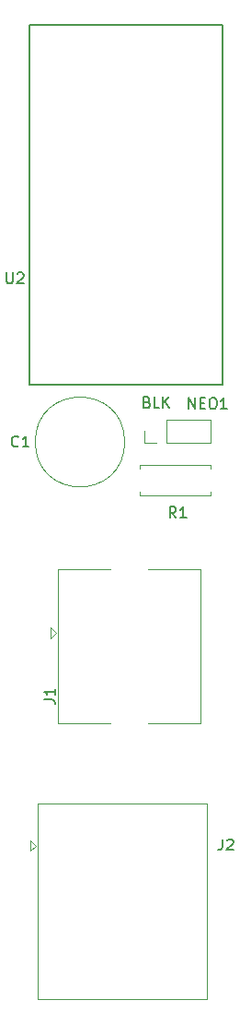
<source format=gbr>
%TF.GenerationSoftware,KiCad,Pcbnew,7.0.6*%
%TF.CreationDate,2023-10-29T14:46:36-05:00*%
%TF.ProjectId,Black Mage Eyes,426c6163-6b20-44d6-9167-652045796573,V01*%
%TF.SameCoordinates,Original*%
%TF.FileFunction,Legend,Top*%
%TF.FilePolarity,Positive*%
%FSLAX46Y46*%
G04 Gerber Fmt 4.6, Leading zero omitted, Abs format (unit mm)*
G04 Created by KiCad (PCBNEW 7.0.6) date 2023-10-29 14:46:36*
%MOMM*%
%LPD*%
G01*
G04 APERTURE LIST*
%ADD10C,0.150000*%
%ADD11C,0.120000*%
%ADD12C,0.127000*%
G04 APERTURE END LIST*
D10*
X113170112Y-86346009D02*
X113312969Y-86393628D01*
X113312969Y-86393628D02*
X113360588Y-86441247D01*
X113360588Y-86441247D02*
X113408207Y-86536485D01*
X113408207Y-86536485D02*
X113408207Y-86679342D01*
X113408207Y-86679342D02*
X113360588Y-86774580D01*
X113360588Y-86774580D02*
X113312969Y-86822200D01*
X113312969Y-86822200D02*
X113217731Y-86869819D01*
X113217731Y-86869819D02*
X112836779Y-86869819D01*
X112836779Y-86869819D02*
X112836779Y-85869819D01*
X112836779Y-85869819D02*
X113170112Y-85869819D01*
X113170112Y-85869819D02*
X113265350Y-85917438D01*
X113265350Y-85917438D02*
X113312969Y-85965057D01*
X113312969Y-85965057D02*
X113360588Y-86060295D01*
X113360588Y-86060295D02*
X113360588Y-86155533D01*
X113360588Y-86155533D02*
X113312969Y-86250771D01*
X113312969Y-86250771D02*
X113265350Y-86298390D01*
X113265350Y-86298390D02*
X113170112Y-86346009D01*
X113170112Y-86346009D02*
X112836779Y-86346009D01*
X114312969Y-86869819D02*
X113836779Y-86869819D01*
X113836779Y-86869819D02*
X113836779Y-85869819D01*
X114646303Y-86869819D02*
X114646303Y-85869819D01*
X115217731Y-86869819D02*
X114789160Y-86298390D01*
X115217731Y-85869819D02*
X114646303Y-86441247D01*
X101333333Y-90359580D02*
X101285714Y-90407200D01*
X101285714Y-90407200D02*
X101142857Y-90454819D01*
X101142857Y-90454819D02*
X101047619Y-90454819D01*
X101047619Y-90454819D02*
X100904762Y-90407200D01*
X100904762Y-90407200D02*
X100809524Y-90311961D01*
X100809524Y-90311961D02*
X100761905Y-90216723D01*
X100761905Y-90216723D02*
X100714286Y-90026247D01*
X100714286Y-90026247D02*
X100714286Y-89883390D01*
X100714286Y-89883390D02*
X100761905Y-89692914D01*
X100761905Y-89692914D02*
X100809524Y-89597676D01*
X100809524Y-89597676D02*
X100904762Y-89502438D01*
X100904762Y-89502438D02*
X101047619Y-89454819D01*
X101047619Y-89454819D02*
X101142857Y-89454819D01*
X101142857Y-89454819D02*
X101285714Y-89502438D01*
X101285714Y-89502438D02*
X101333333Y-89550057D01*
X102285714Y-90454819D02*
X101714286Y-90454819D01*
X102000000Y-90454819D02*
X102000000Y-89454819D01*
X102000000Y-89454819D02*
X101904762Y-89597676D01*
X101904762Y-89597676D02*
X101809524Y-89692914D01*
X101809524Y-89692914D02*
X101714286Y-89740533D01*
X100238095Y-74454819D02*
X100238095Y-75264342D01*
X100238095Y-75264342D02*
X100285714Y-75359580D01*
X100285714Y-75359580D02*
X100333333Y-75407200D01*
X100333333Y-75407200D02*
X100428571Y-75454819D01*
X100428571Y-75454819D02*
X100619047Y-75454819D01*
X100619047Y-75454819D02*
X100714285Y-75407200D01*
X100714285Y-75407200D02*
X100761904Y-75359580D01*
X100761904Y-75359580D02*
X100809523Y-75264342D01*
X100809523Y-75264342D02*
X100809523Y-74454819D01*
X101238095Y-74550057D02*
X101285714Y-74502438D01*
X101285714Y-74502438D02*
X101380952Y-74454819D01*
X101380952Y-74454819D02*
X101619047Y-74454819D01*
X101619047Y-74454819D02*
X101714285Y-74502438D01*
X101714285Y-74502438D02*
X101761904Y-74550057D01*
X101761904Y-74550057D02*
X101809523Y-74645295D01*
X101809523Y-74645295D02*
X101809523Y-74740533D01*
X101809523Y-74740533D02*
X101761904Y-74883390D01*
X101761904Y-74883390D02*
X101190476Y-75454819D01*
X101190476Y-75454819D02*
X101809523Y-75454819D01*
X115833333Y-96954819D02*
X115500000Y-96478628D01*
X115261905Y-96954819D02*
X115261905Y-95954819D01*
X115261905Y-95954819D02*
X115642857Y-95954819D01*
X115642857Y-95954819D02*
X115738095Y-96002438D01*
X115738095Y-96002438D02*
X115785714Y-96050057D01*
X115785714Y-96050057D02*
X115833333Y-96145295D01*
X115833333Y-96145295D02*
X115833333Y-96288152D01*
X115833333Y-96288152D02*
X115785714Y-96383390D01*
X115785714Y-96383390D02*
X115738095Y-96431009D01*
X115738095Y-96431009D02*
X115642857Y-96478628D01*
X115642857Y-96478628D02*
X115261905Y-96478628D01*
X116785714Y-96954819D02*
X116214286Y-96954819D01*
X116500000Y-96954819D02*
X116500000Y-95954819D01*
X116500000Y-95954819D02*
X116404762Y-96097676D01*
X116404762Y-96097676D02*
X116309524Y-96192914D01*
X116309524Y-96192914D02*
X116214286Y-96240533D01*
X120119166Y-126454819D02*
X120119166Y-127169104D01*
X120119166Y-127169104D02*
X120071547Y-127311961D01*
X120071547Y-127311961D02*
X119976309Y-127407200D01*
X119976309Y-127407200D02*
X119833452Y-127454819D01*
X119833452Y-127454819D02*
X119738214Y-127454819D01*
X120547738Y-126550057D02*
X120595357Y-126502438D01*
X120595357Y-126502438D02*
X120690595Y-126454819D01*
X120690595Y-126454819D02*
X120928690Y-126454819D01*
X120928690Y-126454819D02*
X121023928Y-126502438D01*
X121023928Y-126502438D02*
X121071547Y-126550057D01*
X121071547Y-126550057D02*
X121119166Y-126645295D01*
X121119166Y-126645295D02*
X121119166Y-126740533D01*
X121119166Y-126740533D02*
X121071547Y-126883390D01*
X121071547Y-126883390D02*
X120500119Y-127454819D01*
X120500119Y-127454819D02*
X121119166Y-127454819D01*
X103694819Y-113653333D02*
X104409104Y-113653333D01*
X104409104Y-113653333D02*
X104551961Y-113700952D01*
X104551961Y-113700952D02*
X104647200Y-113796190D01*
X104647200Y-113796190D02*
X104694819Y-113939047D01*
X104694819Y-113939047D02*
X104694819Y-114034285D01*
X104694819Y-112653333D02*
X104694819Y-113224761D01*
X104694819Y-112939047D02*
X103694819Y-112939047D01*
X103694819Y-112939047D02*
X103837676Y-113034285D01*
X103837676Y-113034285D02*
X103932914Y-113129523D01*
X103932914Y-113129523D02*
X103980533Y-113224761D01*
X117011905Y-86954819D02*
X117011905Y-85954819D01*
X117011905Y-85954819D02*
X117583333Y-86954819D01*
X117583333Y-86954819D02*
X117583333Y-85954819D01*
X118059524Y-86431009D02*
X118392857Y-86431009D01*
X118535714Y-86954819D02*
X118059524Y-86954819D01*
X118059524Y-86954819D02*
X118059524Y-85954819D01*
X118059524Y-85954819D02*
X118535714Y-85954819D01*
X119154762Y-85954819D02*
X119345238Y-85954819D01*
X119345238Y-85954819D02*
X119440476Y-86002438D01*
X119440476Y-86002438D02*
X119535714Y-86097676D01*
X119535714Y-86097676D02*
X119583333Y-86288152D01*
X119583333Y-86288152D02*
X119583333Y-86621485D01*
X119583333Y-86621485D02*
X119535714Y-86811961D01*
X119535714Y-86811961D02*
X119440476Y-86907200D01*
X119440476Y-86907200D02*
X119345238Y-86954819D01*
X119345238Y-86954819D02*
X119154762Y-86954819D01*
X119154762Y-86954819D02*
X119059524Y-86907200D01*
X119059524Y-86907200D02*
X118964286Y-86811961D01*
X118964286Y-86811961D02*
X118916667Y-86621485D01*
X118916667Y-86621485D02*
X118916667Y-86288152D01*
X118916667Y-86288152D02*
X118964286Y-86097676D01*
X118964286Y-86097676D02*
X119059524Y-86002438D01*
X119059524Y-86002438D02*
X119154762Y-85954819D01*
X120535714Y-86954819D02*
X119964286Y-86954819D01*
X120250000Y-86954819D02*
X120250000Y-85954819D01*
X120250000Y-85954819D02*
X120154762Y-86097676D01*
X120154762Y-86097676D02*
X120059524Y-86192914D01*
X120059524Y-86192914D02*
X119964286Y-86240533D01*
D11*
%TO.C,C1*%
X111120000Y-90000000D02*
G75*
G03*
X111120000Y-90000000I-4120000J0D01*
G01*
D12*
%TO.C,U2*%
X102380000Y-51730000D02*
X102380000Y-84750000D01*
X102380000Y-84750000D02*
X120160000Y-84750000D01*
X120160000Y-51730000D02*
X102380000Y-51730000D01*
X120160000Y-84750000D02*
X120160000Y-51730000D01*
D11*
%TO.C,R1*%
X119020000Y-94870000D02*
X112480000Y-94870000D01*
X119020000Y-94540000D02*
X119020000Y-94870000D01*
X119020000Y-92460000D02*
X119020000Y-92130000D01*
X119020000Y-92130000D02*
X112480000Y-92130000D01*
X112480000Y-94870000D02*
X112480000Y-94540000D01*
X112480000Y-92130000D02*
X112480000Y-92460000D01*
%TO.C,J2*%
X102440000Y-126540000D02*
X102440000Y-127540000D01*
X102440000Y-127540000D02*
X102940000Y-127040000D01*
X102940000Y-127040000D02*
X102440000Y-126540000D01*
X103125000Y-123160000D02*
X103125000Y-141120000D01*
X103125000Y-141120000D02*
X118645000Y-141120000D01*
X118645000Y-123160000D02*
X103125000Y-123160000D01*
X118645000Y-123160000D02*
X118645000Y-141120000D01*
%TO.C,J1*%
X104990000Y-115820000D02*
X104990000Y-101720000D01*
X109790000Y-115820000D02*
X104990000Y-115820000D01*
X118090000Y-115820000D02*
X113290000Y-115820000D01*
X104290000Y-108020000D02*
X104790000Y-107520000D01*
X104790000Y-107520000D02*
X104290000Y-107020000D01*
X104290000Y-107020000D02*
X104290000Y-108020000D01*
X104990000Y-101720000D02*
X109790000Y-101720000D01*
X113290000Y-101720000D02*
X118090000Y-101720000D01*
X118090000Y-101720000D02*
X118090000Y-115820000D01*
%TO.C,NEO1*%
X112940000Y-90060000D02*
X112940000Y-89000000D01*
X114000000Y-90060000D02*
X112940000Y-90060000D01*
X115000000Y-90060000D02*
X119060000Y-90060000D01*
X115000000Y-90060000D02*
X115000000Y-87940000D01*
X119060000Y-90060000D02*
X119060000Y-87940000D01*
X115000000Y-87940000D02*
X119060000Y-87940000D01*
%TD*%
M02*

</source>
